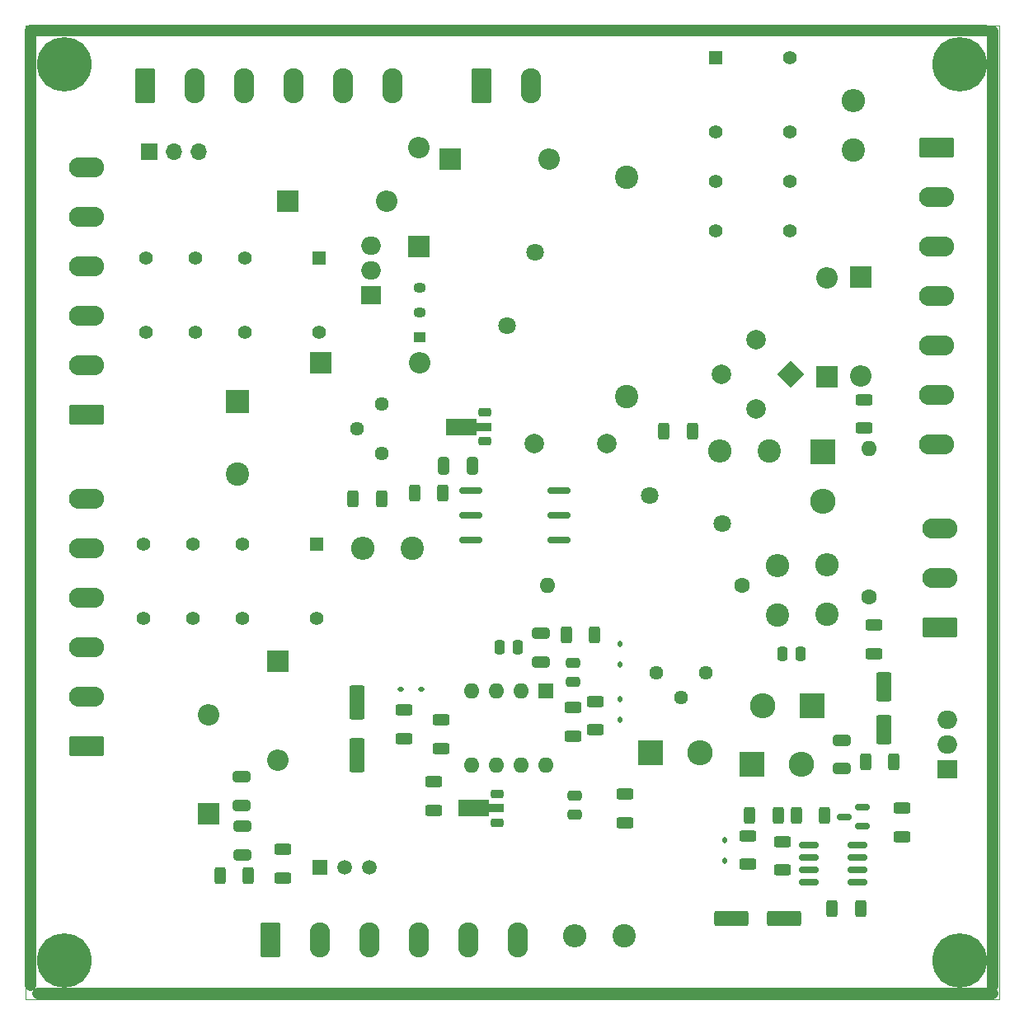
<source format=gbr>
%TF.GenerationSoftware,KiCad,Pcbnew,8.0.0*%
%TF.CreationDate,2024-02-29T13:53:57+01:00*%
%TF.ProjectId,G2-Control,47322d43-6f6e-4747-926f-6c2e6b696361,rev?*%
%TF.SameCoordinates,Original*%
%TF.FileFunction,Soldermask,Top*%
%TF.FilePolarity,Negative*%
%FSLAX46Y46*%
G04 Gerber Fmt 4.6, Leading zero omitted, Abs format (unit mm)*
G04 Created by KiCad (PCBNEW 8.0.0) date 2024-02-29 13:53:57*
%MOMM*%
%LPD*%
G01*
G04 APERTURE LIST*
G04 Aperture macros list*
%AMRoundRect*
0 Rectangle with rounded corners*
0 $1 Rounding radius*
0 $2 $3 $4 $5 $6 $7 $8 $9 X,Y pos of 4 corners*
0 Add a 4 corners polygon primitive as box body*
4,1,4,$2,$3,$4,$5,$6,$7,$8,$9,$2,$3,0*
0 Add four circle primitives for the rounded corners*
1,1,$1+$1,$2,$3*
1,1,$1+$1,$4,$5*
1,1,$1+$1,$6,$7*
1,1,$1+$1,$8,$9*
0 Add four rect primitives between the rounded corners*
20,1,$1+$1,$2,$3,$4,$5,0*
20,1,$1+$1,$4,$5,$6,$7,0*
20,1,$1+$1,$6,$7,$8,$9,0*
20,1,$1+$1,$8,$9,$2,$3,0*%
%AMHorizOval*
0 Thick line with rounded ends*
0 $1 width*
0 $2 $3 position (X,Y) of the first rounded end (center of the circle)*
0 $4 $5 position (X,Y) of the second rounded end (center of the circle)*
0 Add line between two ends*
20,1,$1,$2,$3,$4,$5,0*
0 Add two circle primitives to create the rounded ends*
1,1,$1,$2,$3*
1,1,$1,$4,$5*%
%AMRotRect*
0 Rectangle, with rotation*
0 The origin of the aperture is its center*
0 $1 length*
0 $2 width*
0 $3 Rotation angle, in degrees counterclockwise*
0 Add horizontal line*
21,1,$1,$2,0,0,$3*%
%AMFreePoly0*
4,1,9,3.862500,-0.866500,0.737500,-0.866500,0.737500,-0.450000,-0.737500,-0.450000,-0.737500,0.450000,0.737500,0.450000,0.737500,0.866500,3.862500,0.866500,3.862500,-0.866500,3.862500,-0.866500,$1*%
G04 Aperture macros list end*
%ADD10C,1.200000*%
%ADD11R,2.600000X2.600000*%
%ADD12O,2.600000X2.600000*%
%ADD13RoundRect,0.250000X-0.312500X-0.625000X0.312500X-0.625000X0.312500X0.625000X-0.312500X0.625000X0*%
%ADD14RoundRect,0.112500X0.187500X0.112500X-0.187500X0.112500X-0.187500X-0.112500X0.187500X-0.112500X0*%
%ADD15R,2.000000X1.905000*%
%ADD16O,2.000000X1.905000*%
%ADD17RoundRect,0.150000X0.825000X0.150000X-0.825000X0.150000X-0.825000X-0.150000X0.825000X-0.150000X0*%
%ADD18RoundRect,0.112500X0.112500X-0.187500X0.112500X0.187500X-0.112500X0.187500X-0.112500X-0.187500X0*%
%ADD19C,1.600000*%
%ADD20O,1.600000X1.600000*%
%ADD21C,5.600000*%
%ADD22RoundRect,0.250000X0.250000X0.475000X-0.250000X0.475000X-0.250000X-0.475000X0.250000X-0.475000X0*%
%ADD23R,1.500000X1.500000*%
%ADD24C,1.500000*%
%ADD25C,2.400000*%
%ADD26O,2.400000X2.400000*%
%ADD27RoundRect,0.250000X0.625000X-0.312500X0.625000X0.312500X-0.625000X0.312500X-0.625000X-0.312500X0*%
%ADD28RoundRect,0.250000X0.650000X-0.325000X0.650000X0.325000X-0.650000X0.325000X-0.650000X-0.325000X0*%
%ADD29RoundRect,0.250000X-0.625000X0.312500X-0.625000X-0.312500X0.625000X-0.312500X0.625000X0.312500X0*%
%ADD30RoundRect,0.250000X-0.650000X0.325000X-0.650000X-0.325000X0.650000X-0.325000X0.650000X0.325000X0*%
%ADD31R,2.200000X2.200000*%
%ADD32O,2.200000X2.200000*%
%ADD33C,1.800000*%
%ADD34RoundRect,0.250000X0.475000X-0.250000X0.475000X0.250000X-0.475000X0.250000X-0.475000X-0.250000X0*%
%ADD35R,1.400000X1.400000*%
%ADD36C,1.400000*%
%ADD37RoundRect,0.249999X-0.790001X-1.550001X0.790001X-1.550001X0.790001X1.550001X-0.790001X1.550001X0*%
%ADD38O,2.080000X3.600000*%
%ADD39RoundRect,0.250000X-0.250000X-0.475000X0.250000X-0.475000X0.250000X0.475000X-0.250000X0.475000X0*%
%ADD40RoundRect,0.250000X-1.500000X-0.550000X1.500000X-0.550000X1.500000X0.550000X-1.500000X0.550000X0*%
%ADD41R,1.300000X1.050000*%
%ADD42O,1.300000X1.050000*%
%ADD43RoundRect,0.250000X0.325000X0.650000X-0.325000X0.650000X-0.325000X-0.650000X0.325000X-0.650000X0*%
%ADD44RoundRect,0.249999X1.550001X-0.790001X1.550001X0.790001X-1.550001X0.790001X-1.550001X-0.790001X0*%
%ADD45O,3.600000X2.080000*%
%ADD46RotRect,2.000000X2.000000X225.000000*%
%ADD47HorizOval,2.000000X0.000000X0.000000X0.000000X0.000000X0*%
%ADD48RoundRect,0.225000X0.425000X0.225000X-0.425000X0.225000X-0.425000X-0.225000X0.425000X-0.225000X0*%
%ADD49FreePoly0,180.000000*%
%ADD50R,1.700000X1.700000*%
%ADD51O,1.700000X1.700000*%
%ADD52RoundRect,0.249999X-1.550001X0.790001X-1.550001X-0.790001X1.550001X-0.790001X1.550001X0.790001X0*%
%ADD53RoundRect,0.250000X0.312500X0.625000X-0.312500X0.625000X-0.312500X-0.625000X0.312500X-0.625000X0*%
%ADD54R,1.600000X1.600000*%
%ADD55RoundRect,0.150000X0.587500X0.150000X-0.587500X0.150000X-0.587500X-0.150000X0.587500X-0.150000X0*%
%ADD56C,2.000000*%
%ADD57RoundRect,0.250000X-0.550000X1.250000X-0.550000X-1.250000X0.550000X-1.250000X0.550000X1.250000X0*%
%ADD58C,1.440000*%
%ADD59R,2.400000X2.400000*%
%ADD60RoundRect,0.250000X0.550000X-1.500000X0.550000X1.500000X-0.550000X1.500000X-0.550000X-1.500000X0*%
%ADD61RoundRect,0.162500X1.012500X0.162500X-1.012500X0.162500X-1.012500X-0.162500X1.012500X-0.162500X0*%
%TA.AperFunction,Profile*%
%ADD62C,0.100000*%
%TD*%
G04 APERTURE END LIST*
D10*
X179392624Y-40588276D02*
X179392624Y-138632276D01*
X81367131Y-139418112D02*
X179411131Y-139418112D01*
X80534213Y-40518069D02*
X80534213Y-138562069D01*
X178578213Y-40518069D02*
X80534213Y-40518069D01*
D11*
%TO.C,D7*%
X160828213Y-109876069D03*
D12*
X155748213Y-109876069D03*
%TD*%
D13*
%TO.C,R25*%
X100026772Y-127307270D03*
X102951772Y-127307270D03*
%TD*%
D14*
%TO.C,D3*%
X120705713Y-108166069D03*
X118605713Y-108166069D03*
%TD*%
D15*
%TO.C,Q1*%
X174693213Y-116376069D03*
D16*
X174693213Y-113836069D03*
X174693213Y-111296069D03*
%TD*%
D17*
%TO.C,U5*%
X165463213Y-128021069D03*
X165463213Y-126751069D03*
X165463213Y-125481069D03*
X165463213Y-124211069D03*
X160513213Y-124211069D03*
X160513213Y-125481069D03*
X160513213Y-126751069D03*
X160513213Y-128021069D03*
%TD*%
D18*
%TO.C,D5*%
X141113213Y-105610069D03*
X141113213Y-103510069D03*
%TD*%
D19*
%TO.C,C8*%
X153653213Y-97541069D03*
D20*
X133653213Y-97541069D03*
%TD*%
D21*
%TO.C,H1*%
X176000000Y-44000000D03*
%TD*%
%TO.C,H4*%
X176000000Y-136000000D03*
%TD*%
D22*
%TO.C,C11*%
X159668213Y-104541069D03*
X157768213Y-104541069D03*
%TD*%
D19*
%TO.C,LK3*%
X166708213Y-98676069D03*
D20*
X166708213Y-83436069D03*
%TD*%
D23*
%TO.C,Q4*%
X110252213Y-126466069D03*
D24*
X112792213Y-126466069D03*
X115332213Y-126466069D03*
%TD*%
D13*
%TO.C,R3*%
X166315713Y-115666069D03*
X169240713Y-115666069D03*
%TD*%
D25*
%TO.C,R10*%
X157278213Y-100531069D03*
D26*
X157278213Y-95451069D03*
%TD*%
D27*
%TO.C,R22*%
X157810000Y-126762500D03*
X157810000Y-123837500D03*
%TD*%
D28*
%TO.C,C7*%
X132985213Y-105366069D03*
X132985213Y-102416069D03*
%TD*%
D29*
%TO.C,R2*%
X118888213Y-110293569D03*
X118888213Y-113218569D03*
%TD*%
D27*
%TO.C,R20*%
X154218213Y-126168569D03*
X154218213Y-123243569D03*
%TD*%
D30*
%TO.C,C14*%
X102258213Y-117191069D03*
X102258213Y-120141069D03*
%TD*%
D11*
%TO.C,D1*%
X144268213Y-114686069D03*
D12*
X149348213Y-114686069D03*
%TD*%
D18*
%TO.C,D4*%
X141113213Y-111291069D03*
X141113213Y-109191069D03*
%TD*%
D21*
%TO.C,H3*%
X84000000Y-136000000D03*
%TD*%
D31*
%TO.C,D9*%
X165820213Y-65818069D03*
D32*
X165820213Y-75978069D03*
%TD*%
D13*
%TO.C,R27*%
X159195713Y-121156069D03*
X162120713Y-121156069D03*
%TD*%
D15*
%TO.C,Q6*%
X115515213Y-67696069D03*
D16*
X115515213Y-65156069D03*
X115515213Y-62616069D03*
%TD*%
D28*
%TO.C,C13*%
X102298213Y-125206069D03*
X102298213Y-122256069D03*
%TD*%
D32*
%TO.C,D14*%
X133830000Y-53750000D03*
D31*
X123670000Y-53750000D03*
%TD*%
D27*
%TO.C,R6*%
X122698213Y-114243569D03*
X122698213Y-111318569D03*
%TD*%
D33*
%TO.C,VDR2*%
X129503213Y-70811069D03*
X132403213Y-63311069D03*
%TD*%
D34*
%TO.C,C4*%
X136446963Y-121031069D03*
X136446963Y-119131069D03*
%TD*%
D25*
%TO.C,R15*%
X156403213Y-83686069D03*
D26*
X151323213Y-83686069D03*
%TD*%
D31*
%TO.C,D13*%
X105958213Y-105296069D03*
D32*
X105958213Y-115456069D03*
%TD*%
D35*
%TO.C,K1*%
X150892213Y-43344569D03*
D36*
X150892213Y-50964569D03*
X150892213Y-56044569D03*
X150892213Y-61124569D03*
X158512213Y-61124569D03*
X158512213Y-56044569D03*
X158512213Y-50964569D03*
X158512213Y-43344569D03*
%TD*%
D18*
%TO.C,D11*%
X151810000Y-125790000D03*
X151810000Y-123690000D03*
%TD*%
D31*
%TO.C,D10*%
X162373013Y-76078069D03*
D32*
X162373013Y-65918069D03*
%TD*%
D25*
%TO.C,C9*%
X141748213Y-78131069D03*
X141748213Y-55631069D03*
%TD*%
D29*
%TO.C,R4*%
X141621963Y-118933569D03*
X141621963Y-121858569D03*
%TD*%
D37*
%TO.C,J1*%
X105172213Y-133946069D03*
D38*
X110252213Y-133946069D03*
X115332213Y-133946069D03*
X120412213Y-133946069D03*
X125492213Y-133946069D03*
X130572213Y-133946069D03*
%TD*%
D27*
%TO.C,R7*%
X138573213Y-112338569D03*
X138573213Y-109413569D03*
%TD*%
D39*
%TO.C,C6*%
X128733213Y-103891069D03*
X130633213Y-103891069D03*
%TD*%
D13*
%TO.C,R19*%
X162875713Y-130736069D03*
X165800713Y-130736069D03*
%TD*%
D40*
%TO.C,C16*%
X152510213Y-131704069D03*
X157910213Y-131704069D03*
%TD*%
D25*
%TO.C,R13*%
X165068213Y-52776069D03*
D26*
X165068213Y-47696069D03*
%TD*%
D41*
%TO.C,Q3*%
X120558213Y-72046069D03*
D42*
X120558213Y-69506069D03*
X120558213Y-66966069D03*
%TD*%
D43*
%TO.C,C12*%
X125953213Y-85226069D03*
X123003213Y-85226069D03*
%TD*%
D29*
%TO.C,R5*%
X136287213Y-110048569D03*
X136287213Y-112973569D03*
%TD*%
D44*
%TO.C,J2*%
X173960713Y-101826069D03*
D45*
X173960713Y-96746069D03*
X173960713Y-91666069D03*
%TD*%
D37*
%TO.C,J104*%
X92318213Y-46186069D03*
D38*
X97398213Y-46186069D03*
X102478213Y-46186069D03*
X107558213Y-46186069D03*
X112638213Y-46186069D03*
X117718213Y-46186069D03*
%TD*%
D46*
%TO.C,BR1*%
X158618747Y-75824069D03*
D47*
X155083213Y-72288535D03*
X151547679Y-75824069D03*
X155083213Y-79359603D03*
%TD*%
D25*
%TO.C,R21*%
X141485000Y-133500000D03*
D26*
X136405000Y-133500000D03*
%TD*%
D21*
%TO.C,H2*%
X84000000Y-44000000D03*
%TD*%
D30*
%TO.C,C3*%
X163878213Y-113391069D03*
X163878213Y-116341069D03*
%TD*%
D27*
%TO.C,R23*%
X170040000Y-123302500D03*
X170040000Y-120377500D03*
%TD*%
%TO.C,R17*%
X166132213Y-81378569D03*
X166132213Y-78453569D03*
%TD*%
D31*
%TO.C,D12*%
X106950213Y-58044069D03*
D32*
X117110213Y-58044069D03*
%TD*%
D27*
%TO.C,R11*%
X167178213Y-104508569D03*
X167178213Y-101583569D03*
%TD*%
D37*
%TO.C,J4*%
X126910000Y-46202500D03*
D38*
X131990000Y-46202500D03*
%TD*%
D44*
%TO.C,J103*%
X86338213Y-114004069D03*
D45*
X86338213Y-108924069D03*
X86338213Y-103844069D03*
X86338213Y-98764069D03*
X86338213Y-93684069D03*
X86338213Y-88604069D03*
%TD*%
D11*
%TO.C,D8*%
X161888213Y-83821069D03*
D12*
X161888213Y-88901069D03*
%TD*%
D34*
%TO.C,C5*%
X136287213Y-107381069D03*
X136287213Y-105481069D03*
%TD*%
D31*
%TO.C,D15*%
X110358213Y-74636069D03*
D32*
X120518213Y-74636069D03*
%TD*%
D25*
%TO.C,R28*%
X119723213Y-93716069D03*
D26*
X114643213Y-93716069D03*
%TD*%
D13*
%TO.C,R18*%
X119985713Y-88036069D03*
X122910713Y-88036069D03*
%TD*%
D48*
%TO.C,U1*%
X128458213Y-121901069D03*
D49*
X128370713Y-120401069D03*
D48*
X128458213Y-118901069D03*
%TD*%
D31*
%TO.C,D16*%
X120430000Y-62750000D03*
D32*
X120430000Y-52590000D03*
%TD*%
D50*
%TO.C,JP101*%
X92741213Y-52964069D03*
D51*
X95281213Y-52964069D03*
X97821213Y-52964069D03*
%TD*%
D52*
%TO.C,J3*%
X173581789Y-52548877D03*
D45*
X173581789Y-57628877D03*
X173581789Y-62708877D03*
X173581789Y-67788877D03*
X173581789Y-72868877D03*
X173581789Y-77948877D03*
X173581789Y-83028877D03*
%TD*%
D53*
%TO.C,R29*%
X116630713Y-88596069D03*
X113705713Y-88596069D03*
%TD*%
D54*
%TO.C,U2*%
X133483213Y-108346069D03*
D20*
X130943213Y-108346069D03*
X128403213Y-108346069D03*
X125863213Y-108346069D03*
X125863213Y-115966069D03*
X128403213Y-115966069D03*
X130943213Y-115966069D03*
X133483213Y-115966069D03*
%TD*%
D35*
%TO.C,K2*%
X110219713Y-63933569D03*
D36*
X102599713Y-63933569D03*
X97519713Y-63933569D03*
X92439713Y-63933569D03*
X92439713Y-71553569D03*
X97519713Y-71553569D03*
X102599713Y-71553569D03*
X110219713Y-71553569D03*
%TD*%
D13*
%TO.C,R26*%
X154415713Y-121116069D03*
X157340713Y-121116069D03*
%TD*%
D44*
%TO.C,J102*%
X86348213Y-79946069D03*
D45*
X86348213Y-74866069D03*
X86348213Y-69786069D03*
X86348213Y-64706069D03*
X86348213Y-59626069D03*
X86348213Y-54546069D03*
%TD*%
D55*
%TO.C,Q5*%
X165995713Y-122226069D03*
X165995713Y-120326069D03*
X164120713Y-121276069D03*
%TD*%
D35*
%TO.C,K3*%
X109948213Y-93296069D03*
D36*
X102328213Y-93296069D03*
X97248213Y-93296069D03*
X92168213Y-93296069D03*
X92168213Y-100916069D03*
X97248213Y-100916069D03*
X102328213Y-100916069D03*
X109948213Y-100916069D03*
%TD*%
D56*
%TO.C,C10*%
X139783213Y-82936069D03*
X132283213Y-82936069D03*
%TD*%
D27*
%TO.C,R24*%
X106508213Y-127568569D03*
X106508213Y-124643569D03*
%TD*%
D57*
%TO.C,C2*%
X168228213Y-107906069D03*
X168228213Y-112306069D03*
%TD*%
D13*
%TO.C,R9*%
X135580713Y-102631069D03*
X138505713Y-102631069D03*
%TD*%
D58*
%TO.C,RV1*%
X144796213Y-106446069D03*
X147336213Y-108986069D03*
X149876213Y-106446069D03*
%TD*%
D59*
%TO.C,C17*%
X101810000Y-78602220D03*
D25*
X101810000Y-86102220D03*
%TD*%
D31*
%TO.C,D17*%
X98888213Y-120996069D03*
D32*
X98888213Y-110836069D03*
%TD*%
D13*
%TO.C,R16*%
X145619713Y-81666069D03*
X148544713Y-81666069D03*
%TD*%
D33*
%TO.C,VDR1*%
X144114213Y-88282069D03*
X151614213Y-91182069D03*
%TD*%
D48*
%TO.C,U4*%
X127248213Y-82716069D03*
D49*
X127160713Y-81216069D03*
D48*
X127248213Y-79716069D03*
%TD*%
D60*
%TO.C,C1*%
X114128213Y-114966069D03*
X114128213Y-109566069D03*
%TD*%
D29*
%TO.C,R1*%
X121968213Y-117668569D03*
X121968213Y-120593569D03*
%TD*%
D58*
%TO.C,RV2*%
X116658213Y-78866069D03*
X114118213Y-81406069D03*
X116658213Y-83946069D03*
%TD*%
D11*
%TO.C,D2*%
X154663213Y-115896069D03*
D12*
X159743213Y-115896069D03*
%TD*%
D25*
%TO.C,R8*%
X162336213Y-100514069D03*
D26*
X162336213Y-95434069D03*
%TD*%
D61*
%TO.C,U3*%
X134843213Y-92842069D03*
X134843213Y-90302069D03*
X134843213Y-87762069D03*
X125793213Y-87762069D03*
X125793213Y-90302069D03*
X125793213Y-92842069D03*
%TD*%
D62*
X80026213Y-40010069D02*
X180017449Y-40010069D01*
X180017449Y-140001305D01*
X80026213Y-140001305D01*
X80026213Y-40010069D01*
M02*

</source>
